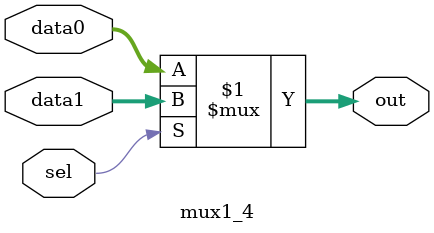
<source format=v>
module mux1_4(data0, data1, sel, out);

	// a mux of 1 bit in selector, 16 bit in data

	input [3:0] data0, data1;
	input sel;
	output [3:0] out;
	
	assign out = sel ? data1 : data0;
	
endmodule
</source>
